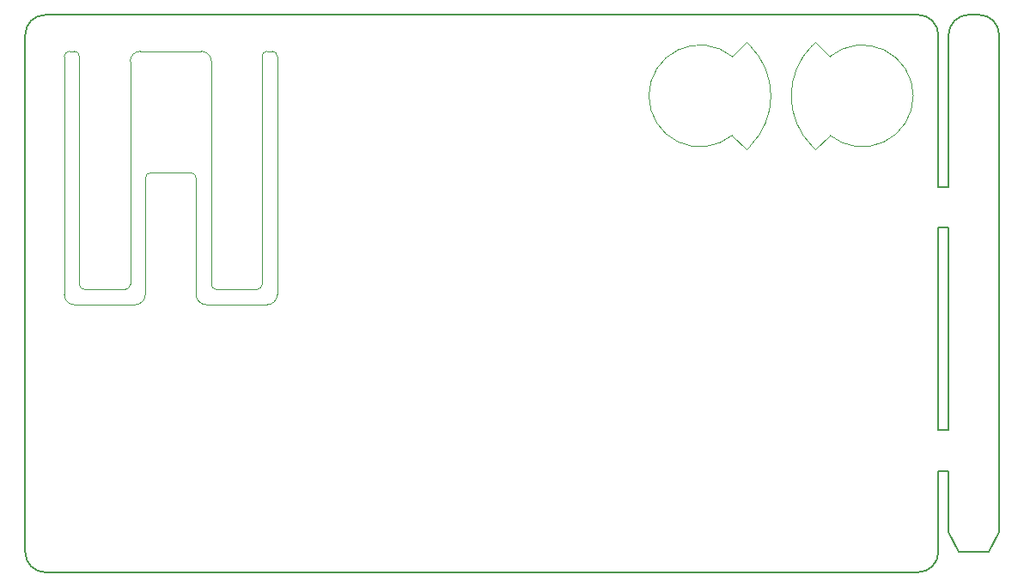
<source format=gbr>
G04 #@! TF.GenerationSoftware,KiCad,Pcbnew,(5.1.0)-1*
G04 #@! TF.CreationDate,2019-04-03T23:27:00+02:00*
G04 #@! TF.ProjectId,BusinessSynth,42757369-6e65-4737-9353-796e74682e6b,rev?*
G04 #@! TF.SameCoordinates,Original*
G04 #@! TF.FileFunction,Profile,NP*
%FSLAX46Y46*%
G04 Gerber Fmt 4.6, Leading zero omitted, Abs format (unit mm)*
G04 Created by KiCad (PCBNEW (5.1.0)-1) date 2019-04-03 23:27:00*
%MOMM*%
%LPD*%
G04 APERTURE LIST*
%ADD10C,0.150000*%
%ADD11C,0.120000*%
G04 APERTURE END LIST*
D10*
X191000000Y-91000000D02*
X190000000Y-91000000D01*
X191000000Y-87000000D02*
X190000000Y-87000000D01*
X191000000Y-115000000D02*
X190000000Y-115000000D01*
X191000000Y-111000000D02*
X190000000Y-111000000D01*
X191000000Y-111000000D02*
X191000000Y-91000000D01*
X190000000Y-111000000D02*
X190000000Y-91000000D01*
X191000000Y-87000000D02*
X191000000Y-72000000D01*
X191000000Y-121000000D02*
X191000000Y-115000000D01*
X190000000Y-87000000D02*
X190000000Y-72000000D01*
X192000000Y-123000000D02*
X191000000Y-121000000D01*
X195000000Y-123000000D02*
X192000000Y-123000000D01*
X196000000Y-121000000D02*
X195000000Y-123000000D01*
X193000000Y-70000000D02*
X194000000Y-70000000D01*
X191000000Y-72000000D02*
G75*
G02X193000000Y-70000000I2000000J0D01*
G01*
X194000000Y-70000000D02*
G75*
G02X196000000Y-72000000I0J-2000000D01*
G01*
X196000000Y-121000000D02*
X196000000Y-72000000D01*
X102000000Y-125000000D02*
G75*
G02X100000000Y-123000000I0J2000000D01*
G01*
X190000000Y-123000000D02*
G75*
G02X188000000Y-125000000I-2000000J0D01*
G01*
X188000000Y-70000000D02*
G75*
G02X190000000Y-72000000I0J-2000000D01*
G01*
X100000000Y-72000000D02*
G75*
G02X102000000Y-70000000I2000000J0D01*
G01*
X188000000Y-70000000D02*
X102000000Y-70000000D01*
X190000000Y-123000000D02*
X190000000Y-115000000D01*
X102000000Y-125000000D02*
X188000000Y-125000000D01*
X100000000Y-72000000D02*
X100000000Y-123000000D01*
D11*
X177903806Y-83303301D02*
X177550253Y-82949747D01*
X177550253Y-73050253D02*
X177903806Y-72696699D01*
X179318019Y-74110913D02*
X177903806Y-72696699D01*
X179318019Y-81889087D02*
X177903806Y-83303301D01*
X177550253Y-82949747D02*
G75*
G02X177550253Y-73050253I4949747J4949747D01*
G01*
X179318020Y-74110912D02*
G75*
G02X179318019Y-81889087I3181980J-3889088D01*
G01*
X171096194Y-72696699D02*
X171449747Y-73050253D01*
X171449747Y-82949747D02*
X171096194Y-83303301D01*
X169681981Y-81889087D02*
X171096194Y-83303301D01*
X169681981Y-74110913D02*
X171096194Y-72696699D01*
X171449747Y-73050253D02*
G75*
G02X171449747Y-82949747I-4949747J-4949747D01*
G01*
X169681980Y-81889088D02*
G75*
G02X169681981Y-74110913I-3181980J3889088D01*
G01*
X123350000Y-74100000D02*
G75*
G02X123850000Y-73600000I500000J0D01*
G01*
X124350000Y-73600000D02*
G75*
G02X124850000Y-74100000I0J-500000D01*
G01*
X117350000Y-73600000D02*
G75*
G02X118350000Y-74600000I0J-1000000D01*
G01*
X104850000Y-73600000D02*
G75*
G02X105350000Y-74100000I0J-500000D01*
G01*
X103850000Y-74100000D02*
G75*
G02X104350000Y-73600000I500000J0D01*
G01*
X110350000Y-74600000D02*
G75*
G02X111350000Y-73600000I1000000J0D01*
G01*
X111850000Y-97600000D02*
G75*
G02X110850000Y-98600000I-1000000J0D01*
G01*
X104850000Y-98600000D02*
G75*
G02X103850000Y-97600000I0J1000000D01*
G01*
X124850000Y-97600000D02*
G75*
G02X123850000Y-98600000I-1000000J0D01*
G01*
X117850000Y-98600000D02*
G75*
G02X116850000Y-97600000I0J1000000D01*
G01*
X123350000Y-96600000D02*
G75*
G02X122850000Y-97100000I-500000J0D01*
G01*
X118850000Y-97100000D02*
G75*
G02X118350000Y-96600000I0J500000D01*
G01*
X105850000Y-97100000D02*
G75*
G02X105350000Y-96600000I0J500000D01*
G01*
X110350000Y-96600000D02*
G75*
G02X109850000Y-97100000I-500000J0D01*
G01*
X116350000Y-85600000D02*
G75*
G02X116850000Y-86100000I0J-500000D01*
G01*
X111850000Y-86100000D02*
G75*
G02X112350000Y-85600000I500000J0D01*
G01*
X110850000Y-98600000D02*
X104850000Y-98600000D01*
X111850000Y-86100000D02*
X111850000Y-97600000D01*
X116350000Y-85600000D02*
X112350000Y-85600000D01*
X116850000Y-97600000D02*
X116850000Y-86100000D01*
X123850000Y-98600000D02*
X117850000Y-98600000D01*
X118850000Y-97100000D02*
X122850000Y-97100000D01*
X118350000Y-74600000D02*
X118350000Y-96600000D01*
X111350000Y-73600000D02*
X117350000Y-73600000D01*
X110350000Y-96600000D02*
X110350000Y-74600000D01*
X105850000Y-97100000D02*
X109850000Y-97100000D01*
X105350000Y-74100000D02*
X105350000Y-96600000D01*
X104350000Y-73600000D02*
X104850000Y-73600000D01*
X123350000Y-74100000D02*
X123350000Y-96600000D01*
X124350000Y-73600000D02*
X123850000Y-73600000D01*
X103850000Y-74100000D02*
X103850000Y-97600000D01*
X124850000Y-74100000D02*
X124850000Y-97600000D01*
M02*

</source>
